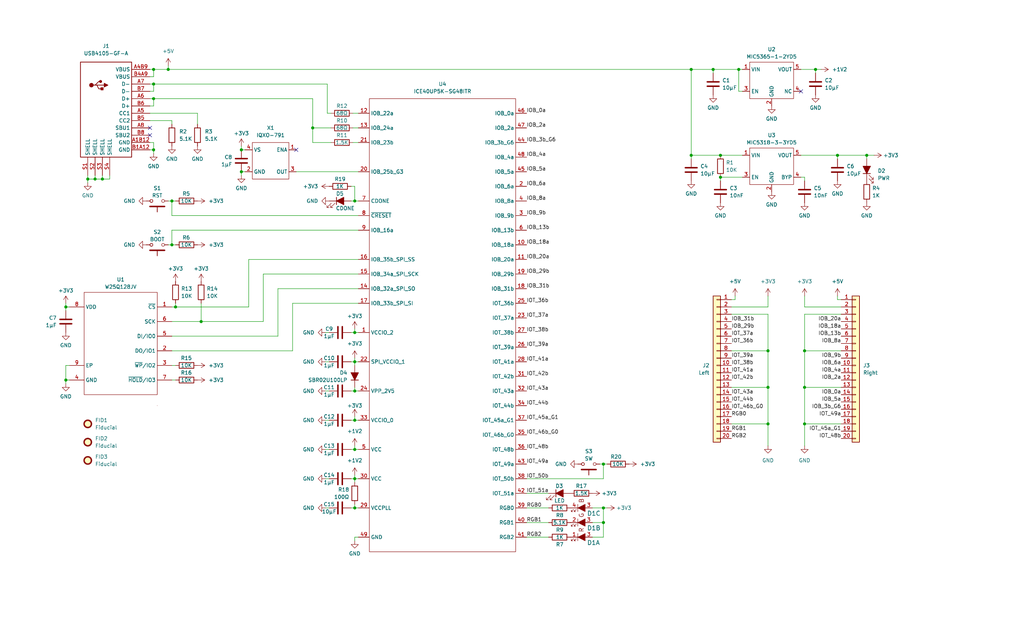
<source format=kicad_sch>
(kicad_sch (version 20231120) (generator "eeschema") (generator_version "8.0")
  (paper "USLegal")
  (title_block (title "iCEblinkPico") (date "2024-07-01") (company "Olin College of Engineering"))
  (lib_symbols
    (symbol "Connector_Generic:Conn_01x20" (pin_names (offset 1.016) hide)
      (property "Reference" "J" (at 0 25.4 0))
      (property "Value" "Conn_01x20" (at 0 -27.94 0))
      (symbol "Conn_01x20_1_1"
        (pin passive line (at -5.08 22.86 0) (length 3.81) (name "Pin_1") (number "1"))
        (pin passive line (at -5.08 0 0) (length 3.81) (name "Pin_10") (number "10"))
        (pin passive line (at -5.08 -2.54 0) (length 3.81) (name "Pin_11") (number "11"))
        (pin passive line (at -5.08 -5.08 0) (length 3.81) (name "Pin_12") (number "12"))
        (pin passive line (at -5.08 -7.62 0) (length 3.81) (name "Pin_13") (number "13"))
        (pin passive line (at -5.08 -10.16 0) (length 3.81) (name "Pin_14") (number "14"))
        (pin passive line (at -5.08 -12.7 0) (length 3.81) (name "Pin_15") (number "15"))
        (pin passive line (at -5.08 -15.24 0) (length 3.81) (name "Pin_16") (number "16"))
        (pin passive line (at -5.08 -17.78 0) (length 3.81) (name "Pin_17") (number "17"))
        (pin passive line (at -5.08 -20.32 0) (length 3.81) (name "Pin_18") (number "18"))
        (pin passive line (at -5.08 -22.86 0) (length 3.81) (name "Pin_19") (number "19"))
        (pin passive line (at -5.08 20.32 0) (length 3.81) (name "Pin_2") (number "2"))
        (pin passive line (at -5.08 -25.4 0) (length 3.81) (name "Pin_20") (number "20"))
        (pin passive line (at -5.08 17.78 0) (length 3.81) (name "Pin_3") (number "3"))
        (pin passive line (at -5.08 15.24 0) (length 3.81) (name "Pin_4") (number "4"))
        (pin passive line (at -5.08 12.7 0) (length 3.81) (name "Pin_5") (number "5"))
        (pin passive line (at -5.08 10.16 0) (length 3.81) (name "Pin_6") (number "6"))
        (pin passive line (at -5.08 7.62 0) (length 3.81) (name "Pin_7") (number "7"))
        (pin passive line (at -5.08 5.08 0) (length 3.81) (name "Pin_8") (number "8"))
        (pin passive line (at -5.08 2.54 0) (length 3.81) (name "Pin_9") (number "9"))
      )
    )
    (symbol "Device:C" (pin_numbers hide) (pin_names (offset 0.254))
      (property "Reference" "C" (at 0.635 2.54 0))
      (property "Value" "C" (at 0.635 -2.54 0))
      (symbol "C_1_1"
        (pin passive line (at 0 3.81 270) (length 2.794) (name "~") (number "1"))
        (pin passive line (at 0 -3.81 90) (length 2.794) (name "~") (number "2"))
      )
    )
    (symbol "Device:D_Filled" (pin_numbers hide) (pin_names (offset 1.016) hide)
      (property "Reference" "D" (at 0 2.54 0))
      (property "Value" "D_Filled" (at 0 -2.54 0))
      (symbol "D_Filled_1_1"
        (pin passive line (at -3.81 0 0) (length 2.54) (name "K") (number "1"))
        (pin passive line (at 3.81 0 180) (length 2.54) (name "A") (number "2"))
      )
    )
    (symbol "Device:LED_Filled" (pin_numbers hide) (pin_names (offset 1.016) hide)
      (property "Reference" "D" (at 0 2.54 0))
      (property "Value" "LED_Filled" (at 0 -2.54 0))
      (symbol "LED_Filled_1_1"
        (pin passive line (at -3.81 0 0) (length 2.54) (name "K") (number "1"))
        (pin passive line (at 3.81 0 180) (length 2.54) (name "A") (number "2"))
      )
    )
    (symbol "Device:R" (pin_numbers hide) (pin_names (offset 0))
      (property "Reference" "R" (at 2.032 0 90))
      (property "Value" "R" (at 0 0 90))
      (symbol "R_1_1"
        (pin passive line (at 0 3.81 270) (length 1.27) (name "~") (number "1"))
        (pin passive line (at 0 -3.81 90) (length 1.27) (name "~") (number "2"))
      )
    )
    (symbol "Eclectronics:ICE40UP5K-SG48ITR"
      (property "Reference" "U" (at 0 81.915 0))
      (property "Value" "ICE40UP5K-SG48ITR" (at 0 80.01 0))
      (symbol "ICE40UP5K-SG48ITR_1_1"
        (pin power_in line (at -29.21 -2.54 0) (length 3.81) (name "VCCIO_2") (number "1"))
        (pin bidirectional line (at 29.21 27.94 180) (length 3.81) (name "IOB_18a") (number "10"))
        (pin bidirectional line (at 29.21 22.86 180) (length 3.81) (name "IOB_20a") (number "11"))
        (pin bidirectional line (at -29.21 73.66 0) (length 3.81) (name "IOB_22a") (number "12"))
        (pin bidirectional line (at -29.21 68.58 0) (length 3.81) (name "IOB_24a") (number "13"))
        (pin bidirectional line (at -29.21 12.7 0) (length 3.81) (name "IOB_32a_SPI_SO") (number "14"))
        (pin bidirectional line (at -29.21 17.78 0) (length 3.81) (name "IOB_34a_SPI_SCK") (number "15"))
        (pin bidirectional line (at -29.21 22.86 0) (length 3.81) (name "IOB_35b_SPI_SS") (number "16"))
        (pin bidirectional line (at -29.21 7.62 0) (length 3.81) (name "IOB_33b_SPI_SI") (number "17"))
        (pin bidirectional line (at 29.21 12.7 180) (length 3.81) (name "IOB_31b") (number "18"))
        (pin bidirectional line (at 29.21 17.78 180) (length 3.81) (name "IOB_29b") (number "19"))
        (pin bidirectional line (at 29.21 48.26 180) (length 3.81) (name "IOB_6a") (number "2"))
        (pin bidirectional line (at -29.21 53.34 0) (length 3.81) (name "IOB_25b_G3") (number "20"))
        (pin bidirectional line (at -29.21 63.5 0) (length 3.81) (name "IOB_23b") (number "21"))
        (pin power_in line (at -29.21 -12.7 0) (length 3.81) (name "SPI_VCCIO_1") (number "22"))
        (pin bidirectional line (at 29.21 2.54 180) (length 3.81) (name "IOT_37a") (number "23"))
        (pin power_in line (at -29.21 -22.86 0) (length 3.81) (name "VPP_2V5") (number "24"))
        (pin bidirectional line (at 29.21 7.62 180) (length 3.81) (name "IOT_36b") (number "25"))
        (pin bidirectional line (at 29.21 -7.62 180) (length 3.81) (name "IOT_39a") (number "26"))
        (pin bidirectional line (at 29.21 -2.54 180) (length 3.81) (name "IOT_38b") (number "27"))
        (pin bidirectional line (at 29.21 -12.7 180) (length 3.81) (name "IOT_41a") (number "28"))
        (pin power_in line (at -29.21 -63.5 0) (length 3.81) (name "VCCPLL") (number "29"))
        (pin bidirectional line (at 29.21 38.1 180) (length 3.81) (name "IOB_9b") (number "3"))
        (pin power_in line (at -29.21 -53.34 0) (length 3.81) (name "VCC") (number "30"))
        (pin bidirectional line (at 29.21 -17.78 180) (length 3.81) (name "IOT_42b") (number "31"))
        (pin bidirectional line (at 29.21 -22.86 180) (length 3.81) (name "IOT_43a") (number "32"))
        (pin power_in line (at -29.21 -33.02 0) (length 3.81) (name "VCCIO_0") (number "33"))
        (pin bidirectional line (at 29.21 -27.94 180) (length 3.81) (name "IOT_44b") (number "34"))
        (pin bidirectional line (at 29.21 -38.1 180) (length 3.81) (name "IOT_46b_G0") (number "35"))
        (pin bidirectional line (at 29.21 -43.18 180) (length 3.81) (name "IOT_48b") (number "36"))
        (pin bidirectional line (at 29.21 -33.02 180) (length 3.81) (name "IOT_45a_G1") (number "37"))
        (pin bidirectional line (at 29.21 -53.34 180) (length 3.81) (name "IOT_50b") (number "38"))
        (pin open_collector line (at 29.21 -63.5 180) (length 3.81) (name "RGB0") (number "39"))
        (pin bidirectional line (at 29.21 43.18 180) (length 3.81) (name "IOB_8a") (number "4"))
        (pin open_collector line (at 29.21 -68.58 180) (length 3.81) (name "RGB1") (number "40"))
        (pin open_collector line (at 29.21 -73.66 180) (length 3.81) (name "RGB2") (number "41"))
        (pin bidirectional line (at 29.21 -58.42 180) (length 3.81) (name "IOT_51a") (number "42"))
        (pin bidirectional line (at 29.21 -48.26 180) (length 3.81) (name "IOT_49a") (number "43"))
        (pin bidirectional line (at 29.21 63.5 180) (length 3.81) (name "IOB_3b_G6") (number "44"))
        (pin bidirectional line (at 29.21 53.34 180) (length 3.81) (name "IOB_5a") (number "45"))
        (pin bidirectional line (at 29.21 73.66 180) (length 3.81) (name "IOB_0a") (number "46"))
        (pin bidirectional line (at 29.21 68.58 180) (length 3.81) (name "IOB_2a") (number "47"))
        (pin bidirectional line (at 29.21 58.42 180) (length 3.81) (name "IOB_4a") (number "48"))
        (pin power_in line (at -29.21 -73.66 0) (length 3.81) (name "GND") (number "49"))
        (pin power_in line (at -29.21 -43.18 0) (length 3.81) (name "VCC") (number "5"))
        (pin bidirectional line (at 29.21 33.02 180) (length 3.81) (name "IOB_13b") (number "6"))
        (pin output line (at -29.21 43.18 0) (length 3.81) (name "CDONE") (number "7"))
        (pin input line (at -29.21 38.1 0) (length 3.81) (name "~{CRESET}") (number "8"))
        (pin bidirectional line (at -29.21 33.02 0) (length 3.81) (name "IOB_16a") (number "9"))
      )
    )
    (symbol "Eclectronics:IN-S85TATRGB_ALT" (pin_names (offset 1.016))
      (property "Reference" "D" (at 2.54 -5.08 90))
      (symbol "IN-S85TATRGB_ALT_0_1"
        (pin input line (at 0 3.81 270) (length 2.54) (name "~") (number "3"))
      )
      (symbol "IN-S85TATRGB_ALT_1_0"
        (text "R" (at -2.54 0 0) (effects (font (size 1.524 1.524))))
      )
      (symbol "IN-S85TATRGB_ALT_1_1"
        (pin input line (at 0 -3.81 90) (length 2.54) (name "~") (number "1"))
      )
      (symbol "IN-S85TATRGB_ALT_2_0"
        (text "G" (at -2.54 0 0) (effects (font (size 1.524 1.524))))
      )
      (symbol "IN-S85TATRGB_ALT_2_1"
        (pin input line (at 0 -3.81 90) (length 2.54) (name "~") (number "2"))
      )
      (symbol "IN-S85TATRGB_ALT_3_0"
        (text "B" (at -2.54 0 0) (effects (font (size 1.524 1.524))))
      )
      (symbol "IN-S85TATRGB_ALT_3_1"
        (pin input line (at 0 -3.81 90) (length 2.54) (name "~") (number "4"))
      )
    )
    (symbol "Eclectronics:IQXO-791"
      (property "Reference" "X" (at 0 9.525 0))
      (property "Value" "IQXO-791" (at 0 7.62 0))
      (symbol "IQXO-791_1_1"
        (pin input line (at 8.89 3.81 180) (length 2.54) (name "ENA") (number "1"))
        (pin power_in line (at -8.89 -3.81 0) (length 2.54) (name "GND") (number "2"))
        (pin output line (at 8.89 -3.81 180) (length 2.54) (name "OUT") (number "3"))
        (pin power_in line (at -8.89 3.81 0) (length 2.54) (name "VS") (number "4"))
      )
    )
    (symbol "Eclectronics:MIC5318-3-3YD5"
      (property "Reference" "U" (at 0 9.525 0))
      (property "Value" "MIC5318-3-3YD5" (at 0 7.62 0))
      (symbol "MIC5318-3-3YD5_1_1"
        (pin power_in line (at -10.16 3.81 0) (length 2.54) (name "VIN") (number "1"))
        (pin power_in line (at 0 -8.89 90) (length 2.54) (name "GND") (number "2"))
        (pin input line (at -10.16 -3.81 0) (length 2.54) (name "EN") (number "3"))
        (pin input line (at 10.16 -3.81 180) (length 2.54) (name "BYP") (number "4"))
        (pin power_out line (at 10.16 3.81 180) (length 2.54) (name "VOUT") (number "5"))
      )
    )
    (symbol "Eclectronics:MIC5365-1-2YD5"
      (property "Reference" "U" (at 0 9.525 0))
      (property "Value" "MIC5365-1-2YD5" (at 0 7.62 0))
      (symbol "MIC5365-1-2YD5_1_1"
        (pin power_in line (at -10.16 3.81 0) (length 2.54) (name "VIN") (number "1"))
        (pin power_in line (at 0 -8.89 90) (length 2.54) (name "GND") (number "2"))
        (pin input line (at -10.16 -3.81 0) (length 2.54) (name "EN") (number "3"))
        (pin input line (at 10.16 -3.81 180) (length 2.54) (name "NC") (number "4"))
        (pin power_out line (at 10.16 3.81 180) (length 2.54) (name "VOUT") (number "5"))
      )
    )
    (symbol "Eclectronics:SW" (pin_numbers hide) (pin_names (offset 1.016) hide)
      (property "Reference" "S" (at 1.27 2.54 0))
      (property "Value" "SW" (at 1.27 -2.54 0))
      (symbol "SW_1_1"
        (pin input line (at 0 -3.81 90) (length 1.27) (name "1") (number "1"))
        (pin input line (at 0 3.81 270) (length 1.27) (name "2") (number "2"))
      )
    )
    (symbol "Eclectronics:USB4105-GF-A"
      (property "Reference" "J" (at -8.89 20.32 0))
      (property "Value" "USB4105-GF-A" (at -8.89 17.78 0))
      (symbol "USB4105-GF-A_1_1"
        (pin power_in line (at 15.24 -11.43 180) (length 6.35) (name "GND") (number "A1B12"))
        (pin power_in line (at 15.24 13.97 180) (length 6.35) (name "VBUS") (number "A4B9"))
        (pin bidirectional line (at 15.24 -1.27 180) (length 6.35) (name "CC1") (number "A5"))
        (pin bidirectional line (at 15.24 3.81 180) (length 6.35) (name "D+") (number "A6"))
        (pin bidirectional line (at 15.24 8.89 180) (length 6.35) (name "D-") (number "A7"))
        (pin bidirectional line (at 15.24 -6.35 180) (length 6.35) (name "SBU1") (number "A8"))
        (pin power_in line (at 15.24 -13.97 180) (length 6.35) (name "GND") (number "B1A12"))
        (pin power_in line (at 15.24 11.43 180) (length 6.35) (name "VBUS") (number "B4A9"))
        (pin bidirectional line (at 15.24 -3.81 180) (length 6.35) (name "CC2") (number "B5"))
        (pin bidirectional line (at 15.24 1.27 180) (length 6.35) (name "D+") (number "B6"))
        (pin bidirectional line (at 15.24 6.35 180) (length 6.35) (name "D-") (number "B7"))
        (pin bidirectional line (at 15.24 -8.89 180) (length 6.35) (name "SBU2") (number "B8"))
        (pin power_in line (at -6.35 -22.86 90) (length 6.35) (name "SHELL") (number "S1"))
        (pin power_in line (at -3.81 -22.86 90) (length 6.35) (name "SHELL") (number "S2"))
        (pin power_in line (at -1.27 -22.86 90) (length 6.35) (name "SHELL") (number "S3"))
        (pin power_in line (at 1.27 -22.86 90) (length 6.35) (name "SHELL") (number "S4"))
      )
    )
    (symbol "Eclectronics:W25Q128JV"
      (property "Reference" "U" (at -12.7 21.59 0))
      (property "Value" "W25Q128JV" (at -12.7 19.05 0))
      (symbol "W25Q128JV_1_1"
        (pin input line (at 17.78 12.7 180) (length 5.08) (name "~{CS}") (number "1"))
        (pin bidirectional line (at 17.78 -2.54 180) (length 5.08) (name "DO/IO1") (number "2"))
        (pin bidirectional line (at 17.78 -7.62 180) (length 5.08) (name "~{WP}/IO2") (number "3"))
        (pin power_in line (at -17.78 -12.7 0) (length 5.08) (name "GND") (number "4"))
        (pin bidirectional line (at 17.78 2.54 180) (length 5.08) (name "DI/IO0") (number "5"))
        (pin input line (at 17.78 7.62 180) (length 5.08) (name "SCK") (number "6"))
        (pin bidirectional line (at 17.78 -12.7 180) (length 5.08) (name "~{HOLD}/IO3") (number "7"))
        (pin power_in line (at -17.78 12.7 0) (length 5.08) (name "VDD") (number "8"))
        (pin power_in line (at -17.78 -7.62 0) (length 5.08) (name "EP") (number "9"))
      )
    )
    (symbol "Mechanical:Fiducial"
      (property "Reference" "FID" (at 0 5.08 0))
      (property "Value" "Fiducial" (at 0 3.175 0))
    )
    (symbol "power:+1V2" (power) (pin_names (offset 0))
      (property "Value" "+1V2" (at 0 3.556 0))
      (symbol "+1V2_1_1"
        (pin power_in line (at 0 0 90) (length 0) hide (name "+1V2") (number "1"))
      )
    )
    (symbol "power:+3V3" (power) (pin_names (offset 0))
      (property "Value" "+3V3" (at 0 3.556 0))
      (symbol "+3V3_1_1"
        (pin power_in line (at 0 0 90) (length 0) hide (name "+3V3") (number "1"))
      )
    )
    (symbol "power:+5V" (power) (pin_names (offset 0))
      (property "Value" "+5V" (at 0 3.556 0))
      (symbol "+5V_1_1"
        (pin power_in line (at 0 0 90) (length 0) hide (name "+5V") (number "1"))
      )
    )
    (symbol "power:GND" (power) (pin_names (offset 0))
      (property "Value" "GND" (at 0 -3.81 0))
      (symbol "GND_1_1"
        (pin power_in line (at 0 0 270) (length 0) hide (name "GND") (number "1"))
      )
    )
  )
  (junction (at 290.83 53.975))
  (junction (at 266.7 147.32))
  (junction (at 256.54 24.13))
  (junction (at 123.19 115.57))
  (junction (at 108.585 44.45))
  (junction (at 69.85 111.76))
  (junction (at 123.19 166.37))
  (junction (at 33.02 62.23))
  (junction (at 59.69 85.09))
  (junction (at 83.82 59.69))
  (junction (at 250.19 53.975))
  (junction (at 22.86 132.08))
  (junction (at 283.21 24.13))
  (junction (at 123.19 146.05))
  (junction (at 123.19 125.73))
  (junction (at 279.4 121.92))
  (junction (at 83.82 52.07))
  (junction (at 247.65 24.13))
  (junction (at 60.96 106.68))
  (junction (at 250.19 61.595))
  (junction (at 53.34 52.07))
  (junction (at 53.34 29.21))
  (junction (at 240.03 24.13))
  (junction (at 209.55 181.61))
  (junction (at 240.03 53.975))
  (junction (at 300.99 53.975))
  (junction (at 123.19 156.21))
  (junction (at 209.55 176.53))
  (junction (at 35.56 62.23))
  (junction (at 209.55 161.29))
  (junction (at 123.19 176.53))
  (junction (at 123.19 135.89))
  (junction (at 53.34 24.13))
  (junction (at 266.7 121.92))
  (junction (at 266.7 134.62))
  (junction (at 279.4 134.62))
  (junction (at 59.69 69.85))
  (junction (at 58.42 24.13))
  (junction (at 123.19 69.85))
  (junction (at 22.86 106.68))
  (junction (at 279.4 147.32))
  (junction (at 53.34 34.29))
  (junction (at 30.48 62.23))
  (no_connect (at 52.07 44.45))
  (no_connect (at 52.07 46.99))
  (no_connect (at 278.13 31.75))
  (no_connect (at 102.87 52.07))
  (wire (pts (xy 53.34 26.67) (xy 53.34 24.13)))
  (wire (pts (xy 33.02 62.23) (xy 35.56 62.23)))
  (wire (pts (xy 182.88 181.61) (xy 190.5 181.61)))
  (wire (pts (xy 255.27 102.87) (xy 255.27 104.14)))
  (wire (pts (xy 123.19 124.46) (xy 123.19 125.73)))
  (wire (pts (xy 52.07 36.83) (xy 53.34 36.83)))
  (wire (pts (xy 266.7 109.22) (xy 266.7 121.92)))
  (wire (pts (xy 257.81 31.75) (xy 256.54 31.75)))
  (wire (pts (xy 59.69 74.93) (xy 124.46 74.93)))
  (wire (pts (xy 114.935 39.37) (xy 113.665 39.37)))
  (wire (pts (xy 209.55 186.69) (xy 205.74 186.69)))
  (wire (pts (xy 209.55 181.61) (xy 209.55 186.69)))
  (wire (pts (xy 22.86 127) (xy 22.86 132.08)))
  (wire (pts (xy 33.02 60.96) (xy 33.02 62.23)))
  (wire (pts (xy 52.07 52.07) (xy 53.34 52.07)))
  (wire (pts (xy 113.03 166.37) (xy 114.3 166.37)))
  (wire (pts (xy 60.96 106.68) (xy 86.36 106.68)))
  (wire (pts (xy 30.48 62.23) (xy 30.48 63.5)))
  (wire (pts (xy 209.55 176.53) (xy 210.82 176.53)))
  (wire (pts (xy 101.6 121.92) (xy 101.6 105.41)))
  (wire (pts (xy 279.4 102.87) (xy 279.4 106.68)))
  (wire (pts (xy 123.19 165.1) (xy 123.19 166.37)))
  (wire (pts (xy 108.585 44.45) (xy 108.585 34.29)))
  (wire (pts (xy 123.19 187.96) (xy 123.19 186.69)))
  (wire (pts (xy 53.34 24.13) (xy 58.42 24.13)))
  (wire (pts (xy 279.4 109.22) (xy 279.4 121.92)))
  (wire (pts (xy 35.56 60.96) (xy 35.56 62.23)))
  (wire (pts (xy 86.36 106.68) (xy 86.36 90.17)))
  (wire (pts (xy 292.1 109.22) (xy 279.4 109.22)))
  (wire (pts (xy 52.07 26.67) (xy 53.34 26.67)))
  (wire (pts (xy 96.52 116.84) (xy 96.52 100.33)))
  (wire (pts (xy 300.99 55.245) (xy 300.99 53.975)))
  (wire (pts (xy 113.665 29.21) (xy 53.34 29.21)))
  (wire (pts (xy 290.83 102.87) (xy 290.83 104.14)))
  (wire (pts (xy 53.34 49.53) (xy 53.34 52.07)))
  (wire (pts (xy 53.34 52.07) (xy 53.34 53.34)))
  (wire (pts (xy 59.69 106.68) (xy 60.96 106.68)))
  (wire (pts (xy 279.4 61.595) (xy 279.4 62.865)))
  (wire (pts (xy 123.19 125.73) (xy 124.46 125.73)))
  (wire (pts (xy 124.46 166.37) (xy 123.19 166.37)))
  (wire (pts (xy 122.555 49.53) (xy 124.46 49.53)))
  (wire (pts (xy 121.92 64.77) (xy 123.19 64.77)))
  (wire (pts (xy 33.02 62.23) (xy 30.48 62.23)))
  (wire (pts (xy 113.03 146.05) (xy 114.3 146.05)))
  (wire (pts (xy 209.55 161.29) (xy 210.82 161.29)))
  (wire (pts (xy 122.555 44.45) (xy 124.46 44.45)))
  (wire (pts (xy 182.88 186.69) (xy 190.5 186.69)))
  (wire (pts (xy 59.69 80.01) (xy 124.46 80.01)))
  (wire (pts (xy 254 121.92) (xy 266.7 121.92)))
  (wire (pts (xy 59.69 111.76) (xy 69.85 111.76)))
  (wire (pts (xy 52.07 39.37) (xy 68.58 39.37)))
  (wire (pts (xy 59.69 127) (xy 60.96 127)))
  (wire (pts (xy 290.83 53.975) (xy 290.83 55.245)))
  (wire (pts (xy 123.19 135.89) (xy 124.46 135.89)))
  (wire (pts (xy 121.92 166.37) (xy 123.19 166.37)))
  (wire (pts (xy 292.1 134.62) (xy 279.4 134.62)))
  (wire (pts (xy 256.54 24.13) (xy 257.81 24.13)))
  (wire (pts (xy 247.65 24.13) (xy 256.54 24.13)))
  (wire (pts (xy 205.74 176.53) (xy 209.55 176.53)))
  (wire (pts (xy 123.19 115.57) (xy 124.46 115.57)))
  (wire (pts (xy 30.48 60.96) (xy 30.48 62.23)))
  (wire (pts (xy 108.585 49.53) (xy 114.935 49.53)))
  (wire (pts (xy 59.69 85.09) (xy 60.96 85.09)))
  (wire (pts (xy 22.86 105.41) (xy 22.86 106.68)))
  (wire (pts (xy 59.69 43.18) (xy 59.69 41.91)))
  (wire (pts (xy 121.92 115.57) (xy 123.19 115.57)))
  (wire (pts (xy 208.28 161.29) (xy 209.55 161.29)))
  (wire (pts (xy 123.19 144.78) (xy 123.19 146.05)))
  (wire (pts (xy 283.21 24.13) (xy 278.13 24.13)))
  (wire (pts (xy 83.82 59.69) (xy 85.09 59.69)))
  (wire (pts (xy 59.69 132.08) (xy 60.96 132.08)))
  (wire (pts (xy 52.07 49.53) (xy 53.34 49.53)))
  (wire (pts (xy 68.58 39.37) (xy 68.58 43.18)))
  (wire (pts (xy 279.4 154.94) (xy 279.4 147.32)))
  (wire (pts (xy 182.88 176.53) (xy 190.5 176.53)))
  (wire (pts (xy 123.19 175.26) (xy 123.19 176.53)))
  (wire (pts (xy 59.69 121.92) (xy 101.6 121.92)))
  (wire (pts (xy 53.34 31.75) (xy 53.34 29.21)))
  (wire (pts (xy 123.19 125.73) (xy 123.19 127)))
  (wire (pts (xy 24.13 106.68) (xy 22.86 106.68)))
  (wire (pts (xy 247.65 25.4) (xy 247.65 24.13)))
  (wire (pts (xy 123.19 156.21) (xy 124.46 156.21)))
  (wire (pts (xy 108.585 34.29) (xy 53.34 34.29)))
  (wire (pts (xy 22.86 133.35) (xy 22.86 132.08)))
  (wire (pts (xy 113.03 115.57) (xy 114.3 115.57)))
  (wire (pts (xy 59.69 69.85) (xy 60.96 69.85)))
  (wire (pts (xy 113.03 176.53) (xy 114.3 176.53)))
  (wire (pts (xy 122.555 39.37) (xy 124.46 39.37)))
  (wire (pts (xy 22.86 132.08) (xy 24.13 132.08)))
  (wire (pts (xy 182.88 171.45) (xy 190.5 171.45)))
  (wire (pts (xy 279.4 121.92) (xy 279.4 134.62)))
  (wire (pts (xy 113.03 125.73) (xy 114.3 125.73)))
  (wire (pts (xy 254 109.22) (xy 266.7 109.22)))
  (wire (pts (xy 52.07 31.75) (xy 53.34 31.75)))
  (wire (pts (xy 38.1 60.96) (xy 38.1 62.23)))
  (wire (pts (xy 121.92 156.21) (xy 123.19 156.21)))
  (wire (pts (xy 290.83 104.14) (xy 292.1 104.14)))
  (wire (pts (xy 60.96 105.41) (xy 60.96 106.68)))
  (wire (pts (xy 292.1 106.68) (xy 279.4 106.68)))
  (wire (pts (xy 108.585 44.45) (xy 108.585 49.53)))
  (wire (pts (xy 22.86 106.68) (xy 22.86 107.95)))
  (wire (pts (xy 113.03 135.89) (xy 114.3 135.89)))
  (wire (pts (xy 266.7 102.87) (xy 266.7 106.68)))
  (wire (pts (xy 257.81 53.975) (xy 250.19 53.975)))
  (wire (pts (xy 58.42 85.09) (xy 59.69 85.09)))
  (wire (pts (xy 250.19 53.975) (xy 240.03 53.975)))
  (wire (pts (xy 58.42 24.13) (xy 240.03 24.13)))
  (wire (pts (xy 266.7 147.32) (xy 266.7 154.94)))
  (wire (pts (xy 123.19 154.94) (xy 123.19 156.21)))
  (wire (pts (xy 58.42 22.86) (xy 58.42 24.13)))
  (wire (pts (xy 91.44 95.25) (xy 124.46 95.25)))
  (wire (pts (xy 121.92 176.53) (xy 123.19 176.53)))
  (wire (pts (xy 182.88 166.37) (xy 209.55 166.37)))
  (wire (pts (xy 123.19 114.3) (xy 123.19 115.57)))
  (wire (pts (xy 59.69 41.91) (xy 52.07 41.91)))
  (wire (pts (xy 83.82 52.07) (xy 85.09 52.07)))
  (wire (pts (xy 278.13 61.595) (xy 279.4 61.595)))
  (wire (pts (xy 102.87 59.69) (xy 124.46 59.69)))
  (wire (pts (xy 205.74 181.61) (xy 209.55 181.61)))
  (wire (pts (xy 256.54 31.75) (xy 256.54 24.13)))
  (wire (pts (xy 91.44 111.76) (xy 91.44 95.25)))
  (wire (pts (xy 279.4 134.62) (xy 279.4 147.32)))
  (wire (pts (xy 121.92 146.05) (xy 123.19 146.05)))
  (wire (pts (xy 266.7 106.68) (xy 254 106.68)))
  (wire (pts (xy 300.99 53.975) (xy 290.83 53.975)))
  (wire (pts (xy 83.82 59.69) (xy 83.82 60.96)))
  (wire (pts (xy 283.21 25.4) (xy 283.21 24.13)))
  (wire (pts (xy 266.7 121.92) (xy 266.7 134.62)))
  (wire (pts (xy 123.19 69.85) (xy 124.46 69.85)))
  (wire (pts (xy 250.19 62.865) (xy 250.19 61.595)))
  (wire (pts (xy 209.55 176.53) (xy 209.55 181.61)))
  (wire (pts (xy 292.1 121.92) (xy 279.4 121.92)))
  (wire (pts (xy 266.7 134.62) (xy 266.7 147.32)))
  (wire (pts (xy 240.03 24.13) (xy 240.03 53.975)))
  (wire (pts (xy 240.03 53.975) (xy 240.03 55.245)))
  (wire (pts (xy 254 134.62) (xy 266.7 134.62)))
  (wire (pts (xy 255.27 104.14) (xy 254 104.14)))
  (wire (pts (xy 101.6 105.41) (xy 124.46 105.41)))
  (wire (pts (xy 123.19 166.37) (xy 123.19 167.64)))
  (wire (pts (xy 59.69 80.01) (xy 59.69 85.09)))
  (wire (pts (xy 59.69 69.85) (xy 59.69 74.93)))
  (wire (pts (xy 250.19 61.595) (xy 257.81 61.595)))
  (wire (pts (xy 123.19 134.62) (xy 123.19 135.89)))
  (wire (pts (xy 69.85 111.76) (xy 91.44 111.76)))
  (wire (pts (xy 83.82 50.8) (xy 83.82 52.07)))
  (wire (pts (xy 209.55 166.37) (xy 209.55 161.29)))
  (wire (pts (xy 59.69 116.84) (xy 96.52 116.84)))
  (wire (pts (xy 53.34 34.29) (xy 52.07 34.29)))
  (wire (pts (xy 69.85 105.41) (xy 69.85 111.76)))
  (wire (pts (xy 247.65 24.13) (xy 240.03 24.13)))
  (wire (pts (xy 86.36 90.17) (xy 124.46 90.17)))
  (wire (pts (xy 108.585 44.45) (xy 114.935 44.45)))
  (wire (pts (xy 300.99 53.975) (xy 303.53 53.975)))
  (wire (pts (xy 123.19 64.77) (xy 123.19 69.85)))
  (wire (pts (xy 123.19 186.69) (xy 124.46 186.69)))
  (wire (pts (xy 53.34 36.83) (xy 53.34 34.29)))
  (wire (pts (xy 279.4 147.32) (xy 292.1 147.32)))
  (wire (pts (xy 278.13 53.975) (xy 290.83 53.975)))
  (wire (pts (xy 53.34 29.21) (xy 52.07 29.21)))
  (wire (pts (xy 58.42 69.85) (xy 59.69 69.85)))
  (wire (pts (xy 24.13 127) (xy 22.86 127)))
  (wire (pts (xy 254 147.32) (xy 266.7 147.32)))
  (wire (pts (xy 283.21 24.13) (xy 285.115 24.13)))
  (wire (pts (xy 113.665 39.37) (xy 113.665 29.21)))
  (wire (pts (xy 53.34 24.13) (xy 52.07 24.13)))
  (wire (pts (xy 96.52 100.33) (xy 124.46 100.33)))
  (wire (pts (xy 113.03 156.21) (xy 114.3 156.21)))
  (wire (pts (xy 121.92 125.73) (xy 123.19 125.73)))
  (wire (pts (xy 123.19 176.53) (xy 124.46 176.53)))
  (wire (pts (xy 38.1 62.23) (xy 35.56 62.23)))
  (wire (pts (xy 123.19 146.05) (xy 124.46 146.05)))
  (wire (pts (xy 121.92 69.85) (xy 123.19 69.85)))
  (wire (pts (xy 121.92 135.89) (xy 123.19 135.89)))
  (label "IOT_41a" (at 182.88 125.73 0))
  (label "IOB_29b" (at 182.88 95.25 0))
  (label "IOB_2a" (at 182.88 44.45 0))
  (label "IOT_51a" (at 182.88 171.45 0))
  (label "IOT_46b_G0" (at 182.88 151.13 0))
  (label "IOB_9b" (at 292.1 124.46 180))
  (label "IOB_5a" (at 292.1 139.7 180))
  (label "IOT_49a" (at 292.1 144.78 180))
  (label "IOB_9b" (at 182.88 74.93 0))
  (label "IOB_31b" (at 254 111.76 0))
  (label "IOB_20a" (at 292.1 111.76 180))
  (label "IOT_50b" (at 182.88 166.37 0))
  (label "IOB_0a" (at 182.88 39.37 0))
  (label "IOT_44b" (at 254 139.7 0))
  (label "IOT_37a" (at 182.88 110.49 0))
  (label "IOB_2a" (at 292.1 132.08 180))
  (label "IOT_42b" (at 254 132.08 0))
  (label "IOT_39a" (at 182.88 120.65 0))
  (label "IOT_43a" (at 254 137.16 0))
  (label "IOT_41a" (at 254 129.54 0))
  (label "IOT_45a_G1" (at 182.88 146.05 0))
  (label "IOB_3b_G6" (at 182.88 49.53 0))
  (label "RGB1" (at 254 149.86 0))
  (label "IOB_31b" (at 182.88 100.33 0))
  (label "IOB_5a" (at 182.88 59.69 0))
  (label "IOB_4a" (at 292.1 129.54 180))
  (label "IOT_38b" (at 182.88 115.57 0))
  (label "IOT_36b" (at 182.88 105.41 0))
  (label "IOB_8a" (at 182.88 69.85 0))
  (label "IOB_20a" (at 182.88 90.17 0))
  (label "RGB2" (at 254 152.4 0))
  (label "IOB_6a" (at 292.1 127 180))
  (label "IOT_42b" (at 182.88 130.81 0))
  (label "IOB_8a" (at 292.1 119.38 180))
  (label "IOT_39a" (at 254 124.46 0))
  (label "IOT_38b" (at 254 127 0))
  (label "IOB_13b" (at 182.88 80.01 0))
  (label "IOT_37a" (at 254 116.84 0))
  (label "IOB_13b" (at 292.1 116.84 180))
  (label "IOB_4a" (at 182.88 54.61 0))
  (label "RGB0" (at 182.88 176.53 0))
  (label "IOT_45a_G1" (at 292.1 149.86 180))
  (label "IOB_3b_G6" (at 292.1 142.24 180))
  (label "IOT_36b" (at 254 119.38 0))
  (label "IOB_18a" (at 182.88 85.09 0))
  (label "RGB2" (at 182.88 186.69 0))
  (label "IOT_49a" (at 182.88 161.29 0))
  (label "IOB_18a" (at 292.1 114.3 180))
  (label "IOT_48b" (at 182.88 156.21 0))
  (label "IOT_44b" (at 182.88 140.97 0))
  (label "IOT_48b" (at 292.1 152.4 180))
  (label "RGB0" (at 254 144.78 0))
  (label "IOT_43a" (at 182.88 135.89 0))
  (label "IOT_46b_G0" (at 254 142.24 0))
  (label "IOB_0a" (at 292.1 137.16 180))
  (label "IOB_6a" (at 182.88 64.77 0))
  (label "RGB1" (at 182.88 181.61 0))
  (label "IOB_29b" (at 254 114.3 0))
  (symbol (lib_id "power:+3V3") (at 266.7 102.87 0) (unit 1)
    (property "Reference" "#PWR053" (effects (hide yes)))
    (property "Value" "+3V3" (at 266.7 97.79 0))
  )
  (symbol (lib_id "Device:R") (at 194.31 186.69 270) (unit 1)
    (property "Reference" "R7" (at 193.04 189.23 90) (effects (justify left)))
    (property "Value" "1K" (at 193.04 186.69 90) (effects (justify left)))
    (property "Footprint" "Resistor_SMD:R_0402_1005Metric" (effects (hide yes)))
  )
  (symbol (lib_id "power:+1V2") (at 123.19 165.1 0) (unit 1)
    (property "Reference" "#PWR041" (effects (hide yes)))
    (property "Value" "+1V2" (at 123.19 160.02 0))
  )
  (symbol (lib_id "power:+3V3") (at 60.96 97.79 0) (unit 1)
    (property "Reference" "#PWR025" (effects (hide yes)))
    (property "Value" "+3V3" (at 60.96 93.345 0))
  )
  (symbol (lib_id "power:GND") (at 113.03 156.21 270) (unit 1)
    (property "Reference" "#PWR040" (effects (hide yes)))
    (property "Value" "GND" (at 109.22 156.21 90) (effects (justify right)))
  )
  (symbol (lib_id "power:GND") (at 300.99 70.485 0) (unit 1)
    (property "Reference" "#PWR014" (effects (hide yes)))
    (property "Value" "GND" (at 300.99 74.93 0))
  )
  (symbol (lib_id "power:+3V3") (at 303.53 53.975 270) (unit 1)
    (property "Reference" "#PWR015" (effects (hide yes)))
    (property "Value" "+3V3" (at 306.705 53.975 90) (effects (justify left)))
  )
  (symbol (lib_id "Eclectronics:W25Q128JV") (at 41.91 119.38 0) (unit 1)
    (property "Reference" "U1" (at 41.91 97.155 0))
    (property "Value" "W25Q128JV" (at 41.91 99.695 0))
    (property "Footprint" "Package_SON:WSON-8-1EP_6x5mm_P1.27mm_EP3.4x4.3mm" (effects (hide yes)))
  )
  (symbol (lib_id "Device:R") (at 201.93 171.45 90) (unit 1)
    (property "Reference" "R17" (at 203.835 168.91 90) (effects (justify left)))
    (property "Value" "1.5K" (at 201.93 171.45 90))
    (property "Footprint" "Resistor_SMD:R_0402_1005Metric" (effects (hide yes)))
  )
  (symbol (lib_id "Device:D_Filled") (at 123.19 130.81 90) (unit 1)
    (property "Reference" "D4" (at 120.65 129.54 90) (effects (justify left)))
    (property "Value" "SBR02U100LP" (at 120.65 132.08 90) (effects (justify left)))
    (property "Footprint" "Eclectronics:X1-DFN1006-2" (effects (hide yes)))
    (property "Sim.Device" "D" (effects (hide yes)))
    (property "Sim.Pins" "1=K 2=A" (effects (hide yes)))
  )
  (symbol (lib_id "Device:C") (at 283.21 29.21 0) (unit 1)
    (property "Reference" "C2" (at 286.385 27.94 0) (effects (justify left)))
    (property "Value" "10µF" (at 286.385 30.48 0) (effects (justify left)))
    (property "Footprint" "Capacitor_SMD:C_0603_1608Metric" (effects (hide yes)))
  )
  (symbol (lib_id "power:GND") (at 114.3 69.85 270) (unit 1)
    (property "Reference" "#PWR044" (effects (hide yes)))
    (property "Value" "GND" (at 110.49 69.85 90) (effects (justify right)))
  )
  (symbol (lib_id "Device:R") (at 194.31 181.61 270) (unit 1)
    (property "Reference" "R9" (at 193.04 184.15 90) (effects (justify left)))
    (property "Value" "5.1K" (at 194.31 181.61 90))
    (property "Footprint" "Resistor_SMD:R_0402_1005Metric" (effects (hide yes)))
  )
  (symbol (lib_id "power:+5V") (at 58.42 22.86 0) (unit 1)
    (property "Reference" "#PWR048" (effects (hide yes)))
    (property "Value" "+5V" (at 58.42 17.78 0))
  )
  (symbol (lib_id "Mechanical:Fiducial") (at 30.48 147.32 0) (unit 1)
    (property "Reference" "FID1" (at 33.02 146.05 0) (effects (justify left)))
    (property "Value" "Fiducial" (at 33.02 148.59 0) (effects (justify left)))
    (property "Footprint" "Fiducial:Fiducial_1mm_Mask2mm" (effects (hide yes)))
  )
  (symbol (lib_id "power:GND") (at 50.8 69.85 270) (unit 1)
    (property "Reference" "#PWR029" (effects (hide yes)))
    (property "Value" "GND" (at 46.99 69.85 90) (effects (justify right)))
  )
  (symbol (lib_id "Device:C") (at 83.82 55.88 0) (mirror y) (unit 1)
    (property "Reference" "C8" (at 80.645 54.61 0) (effects (justify left)))
    (property "Value" "1µF" (at 80.645 57.15 0) (effects (justify left)))
    (property "Footprint" "Capacitor_SMD:C_0402_1005Metric" (effects (hide yes)))
  )
  (symbol (lib_id "Device:LED_Filled") (at 300.99 59.055 90) (unit 1)
    (property "Reference" "D2" (at 304.8 59.3725 90) (effects (justify right)))
    (property "Value" "PWR" (at 304.8 61.9125 90) (effects (justify right)))
    (property "Footprint" "LED_SMD:LED_0805_2012Metric" (effects (hide yes)))
  )
  (symbol (lib_id "power:+3V3") (at 83.82 50.8 0) (unit 1)
    (property "Reference" "#PWR020" (effects (hide yes)))
    (property "Value" "+3V3" (at 83.82 46.355 0))
  )
  (symbol (lib_id "power:+3V3") (at 114.3 64.77 90) (unit 1)
    (property "Reference" "#PWR045" (effects (hide yes)))
    (property "Value" "+3V3" (at 110.49 64.77 90) (effects (justify left)))
  )
  (symbol (lib_id "power:GND") (at 113.03 135.89 270) (unit 1)
    (property "Reference" "#PWR037" (effects (hide yes)))
    (property "Value" "GND" (at 109.22 135.89 90) (effects (justify right)))
  )
  (symbol (lib_id "power:GND") (at 113.03 125.73 270) (unit 1)
    (property "Reference" "#PWR036" (effects (hide yes)))
    (property "Value" "GND" (at 109.22 125.73 90) (effects (justify right)))
  )
  (symbol (lib_id "power:GND") (at 290.83 62.865 0) (unit 1)
    (property "Reference" "#PWR013" (effects (hide yes)))
    (property "Value" "GND" (at 290.83 67.31 0))
  )
  (symbol (lib_id "power:GND") (at 113.03 166.37 270) (unit 1)
    (property "Reference" "#PWR042" (effects (hide yes)))
    (property "Value" "GND" (at 109.22 166.37 90) (effects (justify right)))
  )
  (symbol (lib_id "Device:C") (at 118.11 166.37 90) (unit 1)
    (property "Reference" "C14" (at 114.3 165.1 90))
    (property "Value" "1µF" (at 114.3 167.64 90))
    (property "Footprint" "Capacitor_SMD:C_0402_1005Metric" (effects (hide yes)))
  )
  (symbol (lib_id "power:+5V") (at 290.83 102.87 0) (unit 1)
    (property "Reference" "#PWR049" (effects (hide yes)))
    (property "Value" "+5V" (at 290.83 97.79 0))
  )
  (symbol (lib_id "power:+3V3") (at 68.58 69.85 270) (unit 1)
    (property "Reference" "#PWR030" (effects (hide yes)))
    (property "Value" "+3V3" (at 72.39 69.85 90) (effects (justify left)))
  )
  (symbol (lib_id "power:+3V3") (at 123.19 124.46 0) (unit 1)
    (property "Reference" "#PWR033" (effects (hide yes)))
    (property "Value" "+3V3" (at 123.19 119.38 0))
  )
  (symbol (lib_id "power:+5V") (at 255.27 102.87 0) (unit 1)
    (property "Reference" "#PWR054" (effects (hide yes)))
    (property "Value" "+5V" (at 255.27 97.79 0))
  )
  (symbol (lib_id "power:+3V3") (at 218.44 161.29 270) (unit 1)
    (property "Reference" "#PWR052" (effects (hide yes)))
    (property "Value" "+3V3" (at 222.25 161.29 90) (effects (justify left)))
  )
  (symbol (lib_id "power:GND") (at 22.86 133.35 0) (unit 1)
    (property "Reference" "#PWR018" (effects (hide yes)))
    (property "Value" "GND" (at 22.86 137.795 0))
  )
  (symbol (lib_id "power:+3V3") (at 279.4 102.87 0) (unit 1)
    (property "Reference" "#PWR051" (effects (hide yes)))
    (property "Value" "+3V3" (at 279.4 97.79 0))
  )
  (symbol (lib_id "power:+3V3") (at 69.85 97.79 0) (unit 1)
    (property "Reference" "#PWR026" (effects (hide yes)))
    (property "Value" "+3V3" (at 69.85 93.345 0))
  )
  (symbol (lib_id "Device:R") (at 64.77 127 90) (unit 1)
    (property "Reference" "R15" (at 66.675 124.46 90) (effects (justify left)))
    (property "Value" "10K" (at 66.675 127 90) (effects (justify left)))
    (property "Footprint" "Resistor_SMD:R_0402_1005Metric" (effects (hide yes)))
  )
  (symbol (lib_id "Device:R") (at 118.11 64.77 90) (unit 1)
    (property "Reference" "R19" (at 118.11 62.23 90))
    (property "Value" "1K" (at 119.38 64.77 90) (effects (justify left)))
    (property "Footprint" "Resistor_SMD:R_0402_1005Metric" (effects (hide yes)))
  )
  (symbol (lib_id "power:GND") (at 240.03 62.865 0) (unit 1)
    (property "Reference" "#PWR011" (effects (hide yes)))
    (property "Value" "GND" (at 240.03 67.31 0))
  )
  (symbol (lib_id "power:+3V3") (at 68.58 85.09 270) (unit 1)
    (property "Reference" "#PWR023" (effects (hide yes)))
    (property "Value" "+3V3" (at 72.39 85.09 90) (effects (justify left)))
  )
  (symbol (lib_id "power:GND") (at 200.66 161.29 270) (unit 1)
    (property "Reference" "#PWR050" (effects (hide yes)))
    (property "Value" "GND" (at 196.85 161.29 90) (effects (justify right)))
  )
  (symbol (lib_id "power:+3V3") (at 123.19 114.3 0) (unit 1)
    (property "Reference" "#PWR032" (effects (hide yes)))
    (property "Value" "+3V3" (at 123.19 109.855 0))
  )
  (symbol (lib_id "Device:C") (at 118.11 125.73 90) (unit 1)
    (property "Reference" "C10" (at 114.3 124.46 90))
    (property "Value" "1µF" (at 114.3 127 90))
    (property "Footprint" "Capacitor_SMD:C_0402_1005Metric" (effects (hide yes)))
  )
  (symbol (lib_id "Device:R") (at 214.63 161.29 90) (unit 1)
    (property "Reference" "R20" (at 215.9 158.75 90) (effects (justify left)))
    (property "Value" "10K" (at 216.535 161.29 90) (effects (justify left)))
    (property "Footprint" "Resistor_SMD:R_0402_1005Metric" (effects (hide yes)))
  )
  (symbol (lib_id "Device:C") (at 118.11 176.53 90) (unit 1)
    (property "Reference" "C15" (at 114.3 175.26 90))
    (property "Value" "10µF" (at 114.3 177.8 90))
    (property "Footprint" "Capacitor_SMD:C_0603_1608Metric" (effects (hide yes)))
  )
  (symbol (lib_id "power:+3V3") (at 22.86 105.41 0) (unit 1)
    (property "Reference" "#PWR016" (effects (hide yes)))
    (property "Value" "+3V3" (at 22.86 100.965 0))
  )
  (symbol (lib_id "Device:R") (at 118.745 39.37 90) (unit 1)
    (property "Reference" "R12" (at 118.745 36.83 90))
    (property "Value" "68Ω" (at 118.745 39.37 90))
    (property "Footprint" "Resistor_SMD:R_0402_1005Metric" (effects (hide yes)))
  )
  (symbol (lib_id "power:GND") (at 30.48 63.5 0) (unit 1)
    (property "Reference" "#PWR01" (effects (hide yes)))
    (property "Value" "GND" (at 30.48 67.945 0))
  )
  (symbol (lib_id "power:GND") (at 279.4 70.485 0) (unit 1)
    (property "Reference" "#PWR012" (effects (hide yes)))
    (property "Value" "GND" (at 279.4 74.93 0))
  )
  (symbol (lib_id "Device:R") (at 250.19 57.785 0) (unit 1)
    (property "Reference" "R1" (at 252.095 56.515 0) (effects (justify left)))
    (property "Value" "10K" (at 252.095 59.055 0) (effects (justify left)))
    (property "Footprint" "Resistor_SMD:R_0402_1005Metric" (effects (hide yes)))
  )
  (symbol (lib_id "Connector_Generic:Conn_01x20") (at 248.92 127 0) (mirror y) (unit 1)
    (property "Reference" "J2" (at 246.38 127 0) (effects (justify left)))
    (property "Value" "Left" (at 246.38 129.54 0) (effects (justify left)))
    (property "Footprint" "Connector_PinHeader_2.54mm:PinHeader_1x20_P2.54mm_Vertical" (effects (hide yes)))
  )
  (symbol (lib_id "power:GND") (at 83.82 60.96 0) (unit 1)
    (property "Reference" "#PWR019" (effects (hide yes)))
    (property "Value" "GND" (at 83.82 65.405 0))
  )
  (symbol (lib_id "power:GND") (at 59.69 50.8 0) (unit 1)
    (property "Reference" "#PWR03" (effects (hide yes)))
    (property "Value" "GND" (at 59.69 55.245 0))
  )
  (symbol (lib_id "power:GND") (at 250.19 70.485 0) (unit 1)
    (property "Reference" "#PWR010" (effects (hide yes)))
    (property "Value" "GND" (at 250.19 74.93 0))
  )
  (symbol (lib_id "Device:R") (at 69.85 101.6 0) (unit 1)
    (property "Reference" "R14" (at 71.755 100.33 0) (effects (justify left)))
    (property "Value" "10K" (at 71.755 102.87 0) (effects (justify left)))
    (property "Footprint" "Resistor_SMD:R_0402_1005Metric" (effects (hide yes)))
  )
  (symbol (lib_id "Eclectronics:IN-S85TATRGB_ALT") (at 201.93 186.69 270) (unit 1)
    (property "Reference" "D1" (at 203.835 188.595 90) (effects (font (size 1.524 1.524)) (justify left)))
    (property "Value" "IN-S85TATRGB_ALT" (effects (hide yes)))
    (property "Footprint" "Eclectronics:IN-S85TATRGB" (effects (hide yes)))
  )
  (symbol (lib_id "Device:C") (at 118.11 115.57 90) (unit 1)
    (property "Reference" "C9" (at 114.3 114.3 90))
    (property "Value" "1µF" (at 114.3 116.84 90))
    (property "Footprint" "Capacitor_SMD:C_0402_1005Metric" (effects (hide yes)))
  )
  (symbol (lib_id "Connector_Generic:Conn_01x20") (at 297.18 127 0) (unit 1)
    (property "Reference" "J3" (at 299.72 127 0) (effects (justify left)))
    (property "Value" "Right" (at 299.72 129.54 0) (effects (justify left)))
    (property "Footprint" "Connector_PinHeader_2.54mm:PinHeader_1x20_P2.54mm_Vertical" (effects (hide yes)))
  )
  (symbol (lib_id "power:GND") (at 283.21 33.02 0) (unit 1)
    (property "Reference" "#PWR08" (effects (hide yes)))
    (property "Value" "GND" (at 283.21 37.465 0))
  )
  (symbol (lib_id "power:+1V2") (at 123.19 154.94 0) (unit 1)
    (property "Reference" "#PWR039" (effects (hide yes)))
    (property "Value" "+1V2" (at 123.19 149.86 0))
  )
  (symbol (lib_id "Eclectronics:USB4105-GF-A") (at 36.83 38.1 0) (unit 1)
    (property "Reference" "J1" (at 36.83 16.0023 0))
    (property "Value" "USB4105-GF-A" (at 36.83 18.5423 0))
    (property "Footprint" "Eclectronics:USB4105-GF-A" (effects (hide yes)))
  )
  (symbol (lib_id "Device:C") (at 118.11 135.89 90) (unit 1)
    (property "Reference" "C11" (at 114.3 134.62 90))
    (property "Value" "1µF" (at 114.3 137.16 90))
    (property "Footprint" "Capacitor_SMD:C_0402_1005Metric" (effects (hide yes)))
  )
  (symbol (lib_id "power:GND") (at 247.65 33.02 0) (unit 1)
    (property "Reference" "#PWR07" (effects (hide yes)))
    (property "Value" "GND" (at 247.65 37.465 0))
  )
  (symbol (lib_id "Device:C") (at 247.65 29.21 0) (unit 1)
    (property "Reference" "C1" (at 250.825 27.94 0) (effects (justify left)))
    (property "Value" "10µF" (at 250.825 30.48 0) (effects (justify left)))
    (property "Footprint" "Capacitor_SMD:C_0603_1608Metric" (effects (hide yes)))
  )
  (symbol (lib_id "power:GND") (at 68.58 50.8 0) (unit 1)
    (property "Reference" "#PWR04" (effects (hide yes)))
    (property "Value" "GND" (at 68.58 55.245 0))
  )
  (symbol (lib_id "power:GND") (at 123.19 187.96 0) (unit 1)
    (property "Reference" "#PWR021" (effects (hide yes)))
    (property "Value" "GND" (at 123.19 192.405 0))
  )
  (symbol (lib_id "Eclectronics:MIC5365-1-2YD5") (at 267.97 27.94 0) (unit 1)
    (property "Reference" "U2" (at 267.97 17.145 0))
    (property "Value" "MIC5365-1-2YD5" (at 267.97 19.685 0))
    (property "Footprint" "Package_TO_SOT_SMD:SOT-23-5" (effects (hide yes)))
  )
  (symbol (lib_id "Device:R") (at 194.31 176.53 270) (unit 1)
    (property "Reference" "R8" (at 193.04 179.07 90) (effects (justify left)))
    (property "Value" "1K" (at 194.31 176.53 90))
    (property "Footprint" "Resistor_SMD:R_0402_1005Metric" (effects (hide yes)))
  )
  (symbol (lib_id "Eclectronics:IN-S85TATRGB_ALT") (at 201.93 176.53 270) (unit 3)
    (property "Reference" "D1" (at 203.835 178.435 90) (effects (font (size 1.524 1.524)) (justify left)))
    (property "Value" "IN-S85TATRGB_ALT" (effects (hide yes)))
    (property "Footprint" "Eclectronics:IN-S85TATRGB" (effects (hide yes)))
  )
  (symbol (lib_id "Device:R") (at 123.19 171.45 0) (mirror y) (unit 1)
    (property "Reference" "R18" (at 121.285 170.18 0) (effects (justify left)))
    (property "Value" "100Ω" (at 121.285 172.72 0) (effects (justify left)))
    (property "Footprint" "Resistor_SMD:R_0402_1005Metric" (effects (hide yes)))
  )
  (symbol (lib_id "Device:LED_Filled") (at 118.11 69.85 0) (unit 1)
    (property "Reference" "D5" (at 119.38 67.31 0) (effects (justify right)))
    (property "Value" "CDONE" (at 123.19 72.39 0) (effects (justify right)))
    (property "Footprint" "LED_SMD:LED_0805_2012Metric" (effects (hide yes)))
  )
  (symbol (lib_id "power:GND") (at 113.03 146.05 270) (unit 1)
    (property "Reference" "#PWR038" (effects (hide yes)))
    (property "Value" "GND" (at 109.22 146.05 90) (effects (justify right)))
  )
  (symbol (lib_id "Eclectronics:ICE40UP5K-SG48ITR") (at 153.67 113.03 0) (unit 1)
    (property "Reference" "U4" (at 153.67 29.21 0))
    (property "Value" "ICE40UP5K-SG48ITR" (at 153.67 31.75 0))
    (property "Footprint" "Package_DFN_QFN:QFN-48-1EP_7x7mm_P0.5mm_EP5.6x5.6mm" (effects (hide yes)))
  )
  (symbol (lib_id "Eclectronics:SW") (at 204.47 161.29 90) (unit 1)
    (property "Reference" "S3" (at 204.47 156.845 90))
    (property "Value" "SW" (at 204.47 159.385 90))
    (property "Footprint" "Button_Switch_SMD:SW_SPST_B3U-1000P" (effects (hide yes)))
  )
  (symbol (lib_id "Device:C") (at 250.19 66.675 0) (unit 1)
    (property "Reference" "C3" (at 253.365 65.405 0) (effects (justify left)))
    (property "Value" "10nF" (at 253.365 67.945 0) (effects (justify left)))
    (property "Footprint" "Capacitor_SMD:C_0402_1005Metric" (effects (hide yes)))
  )
  (symbol (lib_id "Device:R") (at 59.69 46.99 0) (unit 1)
    (property "Reference" "R2" (at 62.23 45.72 0) (effects (justify left)))
    (property "Value" "5.1K" (at 62.23 48.26 0) (effects (justify left)))
    (property "Footprint" "Resistor_SMD:R_0402_1005Metric" (effects (hide yes)))
  )
  (symbol (lib_id "Device:R") (at 118.745 44.45 90) (unit 1)
    (property "Reference" "R10" (at 118.745 41.91 90))
    (property "Value" "68Ω" (at 118.745 44.45 90))
    (property "Footprint" "Resistor_SMD:R_0402_1005Metric" (effects (hide yes)))
  )
  (symbol (lib_id "Device:R") (at 64.77 85.09 90) (unit 1)
    (property "Reference" "R6" (at 66.04 82.55 90) (effects (justify left)))
    (property "Value" "10K" (at 66.675 85.09 90) (effects (justify left)))
    (property "Footprint" "Resistor_SMD:R_0402_1005Metric" (effects (hide yes)))
  )
  (symbol (lib_id "Device:R") (at 60.96 101.6 0) (unit 1)
    (property "Reference" "R13" (at 62.865 100.33 0) (effects (justify left)))
    (property "Value" "10K" (at 62.865 102.87 0) (effects (justify left)))
    (property "Footprint" "Resistor_SMD:R_0402_1005Metric" (effects (hide yes)))
  )
  (symbol (lib_id "power:+3V3") (at 205.74 171.45 270) (unit 1)
    (property "Reference" "#PWR031" (effects (hide yes)))
    (property "Value" "+3V3" (at 208.915 171.45 90) (effects (justify left)))
  )
  (symbol (lib_id "Eclectronics:SW") (at 54.61 85.09 90) (unit 1)
    (property "Reference" "S2" (at 54.61 80.645 90))
    (property "Value" "BOOT" (at 54.61 83.185 90))
    (property "Footprint" "Button_Switch_SMD:SW_SPST_B3U-1000P" (effects (hide yes)))
  )
  (symbol (lib_id "Eclectronics:SW") (at 54.61 69.85 90) (unit 1)
    (property "Reference" "S1" (at 54.61 65.405 90))
    (property "Value" "RST" (at 54.61 67.945 90))
    (property "Footprint" "Button_Switch_SMD:SW_SPST_B3U-1000P" (effects (hide yes)))
  )
  (symbol (lib_id "Eclectronics:IN-S85TATRGB_ALT") (at 201.93 181.61 270) (unit 2)
    (property "Reference" "D1" (at 203.835 183.515 90) (effects (font (size 1.524 1.524)) (justify left)))
    (property "Value" "IN-S85TATRGB_ALT" (effects (hide yes)))
    (property "Footprint" "Eclectronics:IN-S85TATRGB" (effects (hide yes)))
  )
  (symbol (lib_id "power:+3V3") (at 210.82 176.53 270) (unit 1)
    (property "Reference" "#PWR024" (effects (hide yes)))
    (property "Value" "+3V3" (at 213.995 176.53 90) (effects (justify left)))
  )
  (symbol (lib_id "Device:LED_Filled") (at 194.31 171.45 0) (unit 1)
    (property "Reference" "D3" (at 195.58 168.91 0) (effects (justify right)))
    (property "Value" "LED" (at 194.31 173.99 0))
    (property "Footprint" "LED_SMD:LED_0805_2012Metric" (effects (hide yes)))
  )
  (symbol (lib_id "Device:C") (at 118.11 156.21 90) (unit 1)
    (property "Reference" "C13" (at 114.3 154.94 90))
    (property "Value" "1µF" (at 114.3 157.48 90))
    (property "Footprint" "Capacitor_SMD:C_0402_1005Metric" (effects (hide yes)))
  )
  (symbol (lib_id "power:GND") (at 267.97 36.83 0) (unit 1)
    (property "Reference" "#PWR05" (effects (hide yes)))
    (property "Value" "GND" (at 267.97 41.275 0))
  )
  (symbol (lib_id "Device:R") (at 118.745 49.53 90) (unit 1)
    (property "Reference" "R11" (at 118.745 46.99 90))
    (property "Value" "1.5K" (at 118.745 49.53 90))
    (property "Footprint" "Resistor_SMD:R_0402_1005Metric" (effects (hide yes)))
  )
  (symbol (lib_id "Device:C") (at 290.83 59.055 0) (unit 1)
    (property "Reference" "C6" (at 294.005 57.785 0) (effects (justify left)))
    (property "Value" "10µF" (at 294.005 60.325 0) (effects (justify left)))
    (property "Footprint" "Capacitor_SMD:C_0603_1608Metric" (effects (hide yes)))
  )
  (symbol (lib_id "power:GND") (at 22.86 115.57 0) (unit 1)
    (property "Reference" "#PWR017" (effects (hide yes)))
    (property "Value" "GND" (at 22.86 120.015 0))
  )
  (symbol (lib_id "Eclectronics:IQXO-791") (at 93.98 55.88 0) (unit 1)
    (property "Reference" "X1" (at 93.98 44.45 0))
    (property "Value" "IQXO-791" (at 93.98 46.99 0))
    (property "Footprint" "Eclectronics:IQXO-791" (effects (hide yes)))
  )
  (symbol (lib_id "Device:R") (at 68.58 46.99 0) (unit 1)
    (property "Reference" "R3" (at 71.12 45.72 0) (effects (justify left)))
    (property "Value" "5.1K" (at 71.12 48.26 0) (effects (justify left)))
    (property "Footprint" "Resistor_SMD:R_0402_1005Metric" (effects (hide yes)))
  )
  (symbol (lib_id "power:GND") (at 53.34 53.34 0) (unit 1)
    (property "Reference" "#PWR02" (effects (hide yes)))
    (property "Value" "GND" (at 53.34 57.785 0))
  )
  (symbol (lib_id "Device:C") (at 22.86 111.76 0) (mirror y) (unit 1)
    (property "Reference" "C7" (at 19.685 110.49 0) (effects (justify left)))
    (property "Value" "1µF" (at 19.685 113.03 0) (effects (justify left)))
    (property "Footprint" "Capacitor_SMD:C_0402_1005Metric" (effects (hide yes)))
  )
  (symbol (lib_id "Device:R") (at 64.77 132.08 90) (unit 1)
    (property "Reference" "R16" (at 66.675 129.54 90) (effects (justify left)))
    (property "Value" "10K" (at 66.675 132.08 90) (effects (justify left)))
    (property "Footprint" "Resistor_SMD:R_0402_1005Metric" (effects (hide yes)))
  )
  (symbol (lib_id "power:GND") (at 279.4 154.94 0) (unit 1)
    (property "Reference" "#PWR047" (effects (hide yes)))
    (property "Value" "GND" (at 279.4 160.02 0))
  )
  (symbol (lib_id "Device:R") (at 64.77 69.85 90) (unit 1)
    (property "Reference" "R5" (at 66.04 67.31 90) (effects (justify left)))
    (property "Value" "10K" (at 66.675 69.85 90) (effects (justify left)))
    (property "Footprint" "Resistor_SMD:R_0402_1005Metric" (effects (hide yes)))
  )
  (symbol (lib_id "power:+1V2") (at 285.115 24.13 270) (unit 1)
    (property "Reference" "#PWR09" (effects (hide yes)))
    (property "Value" "+1V2" (at 288.925 24.13 90) (effects (justify left)))
  )
  (symbol (lib_id "Mechanical:Fiducial") (at 30.48 160.02 0) (unit 1)
    (property "Reference" "FID3" (at 33.02 158.75 0) (effects (justify left)))
    (property "Value" "Fiducial" (at 33.02 161.29 0) (effects (justify left)))
    (property "Footprint" "Fiducial:Fiducial_1mm_Mask2mm" (effects (hide yes)))
  )
  (symbol (lib_id "power:+3V3") (at 123.19 144.78 0) (unit 1)
    (property "Reference" "#PWR034" (effects (hide yes)))
    (property "Value" "+3V3" (at 123.19 140.97 0))
  )
  (symbol (lib_id "Mechanical:Fiducial") (at 30.48 153.67 0) (unit 1)
    (property "Reference" "FID2" (at 33.02 152.4 0) (effects (justify left)))
    (property "Value" "Fiducial" (at 33.02 154.94 0) (effects (justify left)))
    (property "Footprint" "Fiducial:Fiducial_1mm_Mask2mm" (effects (hide yes)))
  )
  (symbol (lib_id "Device:C") (at 118.11 146.05 90) (unit 1)
    (property "Reference" "C12" (at 114.3 144.78 90))
    (property "Value" "1µF" (at 114.3 147.32 90))
    (property "Footprint" "Capacitor_SMD:C_0402_1005Metric" (effects (hide yes)))
  )
  (symbol (lib_id "power:GND") (at 50.8 85.09 270) (unit 1)
    (property "Reference" "#PWR022" (effects (hide yes)))
    (property "Value" "GND" (at 46.99 85.09 90) (effects (justify right)))
  )
  (symbol (lib_id "Eclectronics:MIC5318-3-3YD5") (at 267.97 57.785 0) (unit 1)
    (property "Reference" "U3" (at 267.97 46.99 0))
    (property "Value" "MIC5318-3-3YD5" (at 267.97 49.53 0))
    (property "Footprint" "Package_TO_SOT_SMD:SOT-23-5" (effects (hide yes)))
  )
  (symbol (lib_id "Device:C") (at 279.4 66.675 0) (unit 1)
    (property "Reference" "C5" (at 282.575 65.405 0) (effects (justify left)))
    (property "Value" "10nF" (at 282.575 67.945 0) (effects (justify left)))
    (property "Footprint" "Capacitor_SMD:C_0402_1005Metric" (effects (hide yes)))
  )
  (symbol (lib_id "power:GND") (at 113.03 115.57 270) (unit 1)
    (property "Reference" "#PWR035" (effects (hide yes)))
    (property "Value" "GND" (at 109.22 115.57 90) (effects (justify right)))
  )
  (symbol (lib_id "Device:R") (at 300.99 66.675 0) (unit 1)
    (property "Reference" "R4" (at 302.895 65.405 0) (effects (justify left)))
    (property "Value" "1K" (at 302.895 67.945 0) (effects (justify left)))
    (property "Footprint" "Resistor_SMD:R_0402_1005Metric" (effects (hide yes)))
  )
  (symbol (lib_id "power:GND") (at 266.7 154.94 0) (unit 1)
    (property "Reference" "#PWR046" (effects (hide yes)))
    (property "Value" "GND" (at 266.7 160.02 0))
  )
  (symbol (lib_id "power:GND") (at 267.97 66.675 0) (unit 1)
    (property "Reference" "#PWR06" (effects (hide yes)))
    (property "Value" "GND" (at 267.97 71.12 0))
  )
  (symbol (lib_id "power:+3V3") (at 68.58 132.08 270) (unit 1)
    (property "Reference" "#PWR028" (effects (hide yes)))
    (property "Value" "+3V3" (at 72.39 132.08 90) (effects (justify left)))
  )
  (symbol (lib_id "power:GND") (at 113.03 176.53 270) (unit 1)
    (property "Reference" "#PWR043" (effects (hide yes)))
    (property "Value" "GND" (at 109.22 176.53 90) (effects (justify right)))
  )
  (symbol (lib_id "power:+3V3") (at 68.58 127 270) (unit 1)
    (property "Reference" "#PWR027" (effects (hide yes)))
    (property "Value" "+3V3" (at 72.39 127 90) (effects (justify left)))
  )
  (symbol (lib_id "Device:C") (at 240.03 59.055 0) (unit 1)
    (property "Reference" "C4" (at 243.205 57.785 0) (effects (justify left)))
    (property "Value" "10µF" (at 243.205 60.325 0) (effects (justify left)))
    (property "Footprint" "Capacitor_SMD:C_0603_1608Metric" (effects (hide yes)))
  )
)
</source>
